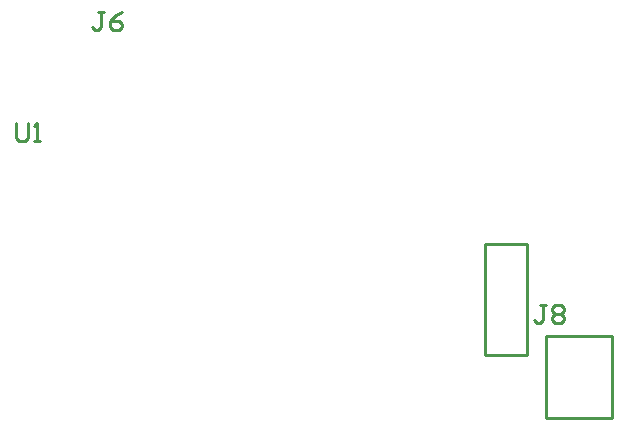
<source format=gto>
G04*
G04 #@! TF.GenerationSoftware,Altium Limited,Altium Designer,20.0.14 (345)*
G04*
G04 Layer_Color=65535*
%FSLAX25Y25*%
%MOIN*%
G70*
G01*
G75*
%ADD10C,0.01000*%
D10*
X203709Y16516D02*
Y44075D01*
X225756D01*
Y16516D02*
Y44075D01*
X203709Y16516D02*
X225756D01*
X183500Y74500D02*
X197500D01*
Y37500D02*
Y74500D01*
X183500Y37500D02*
X197500D01*
X183500D02*
Y74500D01*
X203546Y54239D02*
X201547D01*
X202546D01*
Y49241D01*
X201547Y48241D01*
X200547D01*
X199547Y49241D01*
X205545Y53239D02*
X206545Y54239D01*
X208544D01*
X209544Y53239D01*
Y52240D01*
X208544Y51240D01*
X209544Y50240D01*
Y49241D01*
X208544Y48241D01*
X206545D01*
X205545Y49241D01*
Y50240D01*
X206545Y51240D01*
X205545Y52240D01*
Y53239D01*
X206545Y51240D02*
X208544D01*
X56500Y151999D02*
X54501D01*
X55501D01*
Y147001D01*
X54501Y146001D01*
X53501D01*
X52502Y147001D01*
X62498Y151999D02*
X60499Y150999D01*
X58500Y149000D01*
Y147001D01*
X59499Y146001D01*
X61499D01*
X62498Y147001D01*
Y148000D01*
X61499Y149000D01*
X58500D01*
X27200Y114934D02*
Y109936D01*
X28200Y108936D01*
X30199D01*
X31199Y109936D01*
Y114934D01*
X33198Y108936D02*
X35197D01*
X34198D01*
Y114934D01*
X33198Y113935D01*
M02*

</source>
